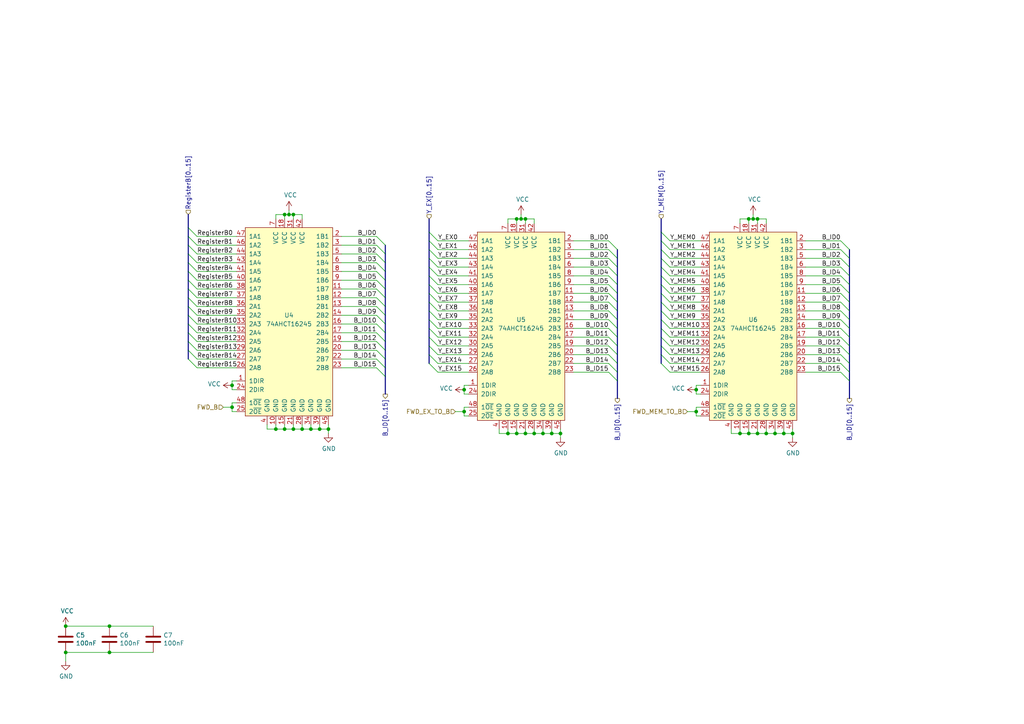
<source format=kicad_sch>
(kicad_sch (version 20250114) (generator "eeschema") (generator_version "9.0")
  (paper "A4")
  (title_block (date "2022-04-13") (rev "A"))
  (lib_symbols
    (symbol "74xx (kicad5):74AHCT16245" (pin_names (offset 1.016))
      (property "Reference" "U" (at 0 1.27 0))
      (property "Value" "74AHCT16245" (at 0 -1.27 0))
      (symbol "74AHCT16245_0_1"
        (rectangle (start -12.7 26.67) (end 12.7 -27.94) (fill (type background)))
      )
      (symbol "74AHCT16245_1_1"
        (pin tri_state line (at -15.24 24.13 0) (length 2.54) (name "1A1") (number "47"))
        (pin tri_state line (at -15.24 21.59 0) (length 2.54) (name "1A2") (number "46"))
        (pin tri_state line (at -15.24 19.05 0) (length 2.54) (name "1A3") (number "44"))
        (pin tri_state line (at -15.24 16.51 0) (length 2.54) (name "1A4") (number "43"))
        (pin tri_state line (at -15.24 13.97 0) (length 2.54) (name "1A5") (number "41"))
        (pin tri_state line (at -15.24 11.43 0) (length 2.54) (name "1A6") (number "40"))
        (pin tri_state line (at -15.24 8.89 0) (length 2.54) (name "1A7") (number "38"))
        (pin tri_state line (at -15.24 6.35 0) (length 2.54) (name "1A8") (number "37"))
        (pin tri_state line (at -15.24 3.81 0) (length 2.54) (name "2A1") (number "36"))
        (pin tri_state line (at -15.24 1.27 0) (length 2.54) (name "2A2") (number "35"))
        (pin tri_state line (at -15.24 -1.27 0) (length 2.54) (name "2A3") (number "33"))
        (pin tri_state line (at -15.24 -3.81 0) (length 2.54) (name "2A4") (number "32"))
        (pin tri_state line (at -15.24 -6.35 0) (length 2.54) (name "2A5") (number "30"))
        (pin tri_state line (at -15.24 -8.89 0) (length 2.54) (name "2A6") (number "29"))
        (pin tri_state line (at -15.24 -11.43 0) (length 2.54) (name "2A7") (number "27"))
        (pin tri_state line (at -15.24 -13.97 0) (length 2.54) (name "2A8") (number "26"))
        (pin input line (at -15.24 -17.78 0) (length 2.54) (name "1DIR") (number "1"))
        (pin input line (at -15.24 -20.32 0) (length 2.54) (name "2DIR") (number "24"))
        (pin input line (at -15.24 -24.13 0) (length 2.54) (name "1~{OE}") (number "48"))
        (pin input line (at -15.24 -26.67 0) (length 2.54) (name "2~{OE}") (number "25"))
        (pin power_in line (at -6.35 -30.48 90) (length 2.54) (name "GND") (number "4"))
        (pin power_in line (at -3.81 29.21 270) (length 2.54) (name "VCC") (number "7"))
        (pin power_in line (at -3.81 -30.48 90) (length 2.54) (name "GND") (number "10"))
        (pin power_in line (at -1.27 29.21 270) (length 2.54) (name "VCC") (number "18"))
        (pin power_in line (at -1.27 -30.48 90) (length 2.54) (name "GND") (number "15"))
        (pin power_in line (at 1.27 29.21 270) (length 2.54) (name "VCC") (number "31"))
        (pin power_in line (at 1.27 -30.48 90) (length 2.54) (name "GND") (number "21"))
        (pin power_in line (at 3.81 29.21 270) (length 2.54) (name "VCC") (number "42"))
        (pin power_in line (at 3.81 -30.48 90) (length 2.54) (name "GND") (number "28"))
        (pin power_in line (at 6.35 -30.48 90) (length 2.54) (name "GND") (number "34"))
        (pin power_in line (at 8.89 -30.48 90) (length 2.54) (name "GND") (number "39"))
        (pin power_in line (at 11.43 -30.48 90) (length 2.54) (name "GND") (number "45"))
        (pin tri_state line (at 15.24 24.13 180) (length 2.54) (name "1B1") (number "2"))
        (pin tri_state line (at 15.24 21.59 180) (length 2.54) (name "1B2") (number "3"))
        (pin tri_state line (at 15.24 19.05 180) (length 2.54) (name "1B3") (number "5"))
        (pin tri_state line (at 15.24 16.51 180) (length 2.54) (name "1B4") (number "6"))
        (pin tri_state line (at 15.24 13.97 180) (length 2.54) (name "1B5") (number "8"))
        (pin tri_state line (at 15.24 11.43 180) (length 2.54) (name "1B6") (number "9"))
        (pin tri_state line (at 15.24 8.89 180) (length 2.54) (name "1B7") (number "11"))
        (pin tri_state line (at 15.24 6.35 180) (length 2.54) (name "1B8") (number "12"))
        (pin tri_state line (at 15.24 3.81 180) (length 2.54) (name "2B1") (number "13"))
        (pin tri_state line (at 15.24 1.27 180) (length 2.54) (name "2B2") (number "14"))
        (pin tri_state line (at 15.24 -1.27 180) (length 2.54) (name "2B3") (number "16"))
        (pin tri_state line (at 15.24 -3.81 180) (length 2.54) (name "2B4") (number "17"))
        (pin tri_state line (at 15.24 -6.35 180) (length 2.54) (name "2B5") (number "19"))
        (pin tri_state line (at 15.24 -8.89 180) (length 2.54) (name "2B6") (number "20"))
        (pin tri_state line (at 15.24 -11.43 180) (length 2.54) (name "2B7") (number "22"))
        (pin tri_state line (at 15.24 -13.97 180) (length 2.54) (name "2B8") (number "23"))
      )
    )
    (symbol "Device:C" (pin_numbers (hide yes)) (pin_names (offset 0.254))
      (property "Reference" "C" (at 0.635 2.54 0))
      (property "Value" "C" (at 0.635 -2.54 0))
      (symbol "C_0_1"
        (polyline (pts (xy -2.032 0.762) (xy 2.032 0.762)) (stroke (width 0.508)))
        (polyline (pts (xy -2.032 -0.762) (xy 2.032 -0.762)) (stroke (width 0.508)))
      )
      (symbol "C_1_1"
        (pin passive line (at 0 3.81 270) (length 2.794) (name "~") (number "1"))
        (pin passive line (at 0 -3.81 90) (length 2.794) (name "~") (number "2"))
      )
    )
    (symbol "power:GND" (power) (pin_names (offset 0))
      (property "Value" "GND" (at 0 -3.81 0))
      (symbol "GND_0_1"
        (polyline (pts (xy 0 0) (xy 0 -1.27) (xy 1.27 -1.27) (xy 0 -2.54) (xy -1.27 -1.27) (xy 0 -1.27)))
      )
      (symbol "GND_1_1"
        (pin power_in line (at 0 0 270) (length 0) (hide yes) (name "GND") (number "1"))
      )
    )
    (symbol "power:VCC" (power) (pin_names (offset 0))
      (property "Value" "VCC" (at 0 3.81 0))
      (symbol "VCC_0_1"
        (polyline (pts (xy -0.762 1.27) (xy 0 2.54)))
        (polyline (pts (xy 0 2.54) (xy 0.762 1.27)))
        (polyline (pts (xy 0 0) (xy 0 2.54)))
      )
      (symbol "VCC_1_1"
        (pin power_in line (at 0 0 90) (length 0) (hide yes) (name "VCC") (number "1"))
      )
    )
  )
  (junction (at 67.31 118.11))
  (junction (at 222.25 125.73))
  (junction (at 31.75 189.23))
  (junction (at 229.87 125.73))
  (junction (at 147.32 125.73))
  (junction (at 85.09 124.46))
  (junction (at 157.48 125.73))
  (junction (at 80.01 124.46))
  (junction (at 95.25 124.46))
  (junction (at 152.4 125.73))
  (junction (at 154.94 125.73))
  (junction (at 217.17 63.5))
  (junction (at 149.86 63.5))
  (junction (at 214.63 125.73))
  (junction (at 151.13 63.5))
  (junction (at 219.71 125.73))
  (junction (at 224.79 125.73))
  (junction (at 90.17 124.46))
  (junction (at 201.93 113.03))
  (junction (at 92.71 124.46))
  (junction (at 149.86 125.73))
  (junction (at 217.17 125.73))
  (junction (at 67.31 111.76))
  (junction (at 162.56 125.73))
  (junction (at 82.55 124.46))
  (junction (at 82.55 62.23))
  (junction (at 201.93 119.38))
  (junction (at 134.62 113.03))
  (junction (at 218.44 63.5))
  (junction (at 134.62 119.38))
  (junction (at 219.71 63.5))
  (junction (at 85.09 62.23))
  (junction (at 87.63 124.46))
  (junction (at 31.75 181.61))
  (junction (at 19.05 181.61))
  (junction (at 227.33 125.73))
  (junction (at 152.4 63.5))
  (junction (at 83.82 62.23))
  (junction (at 19.05 189.23))
  (junction (at 160.02 125.73))
  (bus_entry (at 176.53 69.85) (size 2.54 2.54))
  (bus_entry (at 54.61 93.98) (size 2.54 2.54))
  (bus_entry (at 127 82.55) (size -2.54 -2.54))
  (bus_entry (at 54.61 68.58) (size 2.54 2.54))
  (bus_entry (at 109.22 106.68) (size 2.54 2.54))
  (bus_entry (at 54.61 99.06) (size 2.54 2.54))
  (bus_entry (at 243.84 74.93) (size 2.54 2.54))
  (bus_entry (at 194.31 77.47) (size -2.54 -2.54))
  (bus_entry (at 127 102.87) (size -2.54 -2.54))
  (bus_entry (at 176.53 90.17) (size 2.54 2.54))
  (bus_entry (at 243.84 87.63) (size 2.54 2.54))
  (bus_entry (at 243.84 69.85) (size 2.54 2.54))
  (bus_entry (at 194.31 74.93) (size -2.54 -2.54))
  (bus_entry (at 176.53 105.41) (size 2.54 2.54))
  (bus_entry (at 54.61 96.52) (size 2.54 2.54))
  (bus_entry (at 243.84 77.47) (size 2.54 2.54))
  (bus_entry (at 109.22 83.82) (size 2.54 2.54))
  (bus_entry (at 194.31 90.17) (size -2.54 -2.54))
  (bus_entry (at 127 85.09) (size -2.54 -2.54))
  (bus_entry (at 243.84 82.55) (size 2.54 2.54))
  (bus_entry (at 109.22 86.36) (size 2.54 2.54))
  (bus_entry (at 127 80.01) (size -2.54 -2.54))
  (bus_entry (at 194.31 85.09) (size -2.54 -2.54))
  (bus_entry (at 176.53 87.63) (size 2.54 2.54))
  (bus_entry (at 127 95.25) (size -2.54 -2.54))
  (bus_entry (at 109.22 71.12) (size 2.54 2.54))
  (bus_entry (at 54.61 71.12) (size 2.54 2.54))
  (bus_entry (at 243.84 95.25) (size 2.54 2.54))
  (bus_entry (at 194.31 87.63) (size -2.54 -2.54))
  (bus_entry (at 127 97.79) (size -2.54 -2.54))
  (bus_entry (at 194.31 95.25) (size -2.54 -2.54))
  (bus_entry (at 194.31 82.55) (size -2.54 -2.54))
  (bus_entry (at 127 92.71) (size -2.54 -2.54))
  (bus_entry (at 176.53 97.79) (size 2.54 2.54))
  (bus_entry (at 109.22 68.58) (size 2.54 2.54))
  (bus_entry (at 176.53 85.09) (size 2.54 2.54))
  (bus_entry (at 243.84 102.87) (size 2.54 2.54))
  (bus_entry (at 127 72.39) (size -2.54 -2.54))
  (bus_entry (at 243.84 97.79) (size 2.54 2.54))
  (bus_entry (at 127 69.85) (size -2.54 -2.54))
  (bus_entry (at 109.22 76.2) (size 2.54 2.54))
  (bus_entry (at 54.61 104.14) (size 2.54 2.54))
  (bus_entry (at 194.31 80.01) (size -2.54 -2.54))
  (bus_entry (at 109.22 78.74) (size 2.54 2.54))
  (bus_entry (at 243.84 107.95) (size 2.54 2.54))
  (bus_entry (at 243.84 72.39) (size 2.54 2.54))
  (bus_entry (at 194.31 107.95) (size -2.54 -2.54))
  (bus_entry (at 176.53 77.47) (size 2.54 2.54))
  (bus_entry (at 243.84 85.09) (size 2.54 2.54))
  (bus_entry (at 176.53 92.71) (size 2.54 2.54))
  (bus_entry (at 194.31 69.85) (size -2.54 -2.54))
  (bus_entry (at 194.31 100.33) (size -2.54 -2.54))
  (bus_entry (at 194.31 102.87) (size -2.54 -2.54))
  (bus_entry (at 127 77.47) (size -2.54 -2.54))
  (bus_entry (at 194.31 105.41) (size -2.54 -2.54))
  (bus_entry (at 109.22 93.98) (size 2.54 2.54))
  (bus_entry (at 109.22 101.6) (size 2.54 2.54))
  (bus_entry (at 109.22 73.66) (size 2.54 2.54))
  (bus_entry (at 243.84 92.71) (size 2.54 2.54))
  (bus_entry (at 176.53 95.25) (size 2.54 2.54))
  (bus_entry (at 194.31 97.79) (size -2.54 -2.54))
  (bus_entry (at 127 90.17) (size -2.54 -2.54))
  (bus_entry (at 109.22 81.28) (size 2.54 2.54))
  (bus_entry (at 54.61 78.74) (size 2.54 2.54))
  (bus_entry (at 54.61 91.44) (size 2.54 2.54))
  (bus_entry (at 176.53 107.95) (size 2.54 2.54))
  (bus_entry (at 176.53 80.01) (size 2.54 2.54))
  (bus_entry (at 176.53 82.55) (size 2.54 2.54))
  (bus_entry (at 194.31 92.71) (size -2.54 -2.54))
  (bus_entry (at 127 74.93) (size -2.54 -2.54))
  (bus_entry (at 109.22 96.52) (size 2.54 2.54))
  (bus_entry (at 243.84 90.17) (size 2.54 2.54))
  (bus_entry (at 54.61 83.82) (size 2.54 2.54))
  (bus_entry (at 127 100.33) (size -2.54 -2.54))
  (bus_entry (at 54.61 86.36) (size 2.54 2.54))
  (bus_entry (at 109.22 91.44) (size 2.54 2.54))
  (bus_entry (at 243.84 80.01) (size 2.54 2.54))
  (bus_entry (at 54.61 73.66) (size 2.54 2.54))
  (bus_entry (at 243.84 100.33) (size 2.54 2.54))
  (bus_entry (at 127 87.63) (size -2.54 -2.54))
  (bus_entry (at 176.53 74.93) (size 2.54 2.54))
  (bus_entry (at 109.22 99.06) (size 2.54 2.54))
  (bus_entry (at 109.22 104.14) (size 2.54 2.54))
  (bus_entry (at 127 105.41) (size -2.54 -2.54))
  (bus_entry (at 54.61 88.9) (size 2.54 2.54))
  (bus_entry (at 54.61 101.6) (size 2.54 2.54))
  (bus_entry (at 194.31 72.39) (size -2.54 -2.54))
  (bus_entry (at 176.53 100.33) (size 2.54 2.54))
  (bus_entry (at 109.22 88.9) (size 2.54 2.54))
  (bus_entry (at 127 107.95) (size -2.54 -2.54))
  (bus_entry (at 54.61 66.04) (size 2.54 2.54))
  (bus_entry (at 176.53 72.39) (size 2.54 2.54))
  (bus_entry (at 243.84 105.41) (size 2.54 2.54))
  (bus_entry (at 54.61 76.2) (size 2.54 2.54))
  (bus_entry (at 176.53 102.87) (size 2.54 2.54))
  (bus_entry (at 54.61 81.28) (size 2.54 2.54))
  (wire (pts (xy 134.62 111.76) (xy 134.62 113.03)))
  (wire (pts (xy 57.15 88.9) (xy 68.58 88.9)))
  (bus (pts (xy 179.07 74.93) (xy 179.07 77.47)))
  (bus (pts (xy 54.61 86.36) (xy 54.61 88.9)))
  (wire (pts (xy 44.45 189.23) (xy 31.75 189.23)))
  (wire (pts (xy 31.75 189.23) (xy 19.05 189.23)))
  (wire (pts (xy 201.93 119.38) (xy 199.39 119.38)))
  (wire (pts (xy 127 87.63) (xy 135.89 87.63)))
  (bus (pts (xy 111.76 93.98) (xy 111.76 96.52)))
  (wire (pts (xy 127 77.47) (xy 135.89 77.47)))
  (wire (pts (xy 217.17 124.46) (xy 217.17 125.73)))
  (wire (pts (xy 176.53 72.39) (xy 166.37 72.39)))
  (wire (pts (xy 135.89 118.11) (xy 134.62 118.11)))
  (wire (pts (xy 151.13 63.5) (xy 152.4 63.5)))
  (wire (pts (xy 149.86 124.46) (xy 149.86 125.73)))
  (wire (pts (xy 194.31 92.71) (xy 203.2 92.71)))
  (wire (pts (xy 162.56 127) (xy 162.56 125.73)))
  (wire (pts (xy 243.84 74.93) (xy 233.68 74.93)))
  (bus (pts (xy 124.46 87.63) (xy 124.46 90.17)))
  (bus (pts (xy 179.07 72.39) (xy 179.07 74.93)))
  (wire (pts (xy 229.87 127) (xy 229.87 125.73)))
  (bus (pts (xy 179.07 80.01) (xy 179.07 82.55)))
  (wire (pts (xy 214.63 124.46) (xy 214.63 125.73)))
  (bus (pts (xy 179.07 87.63) (xy 179.07 90.17)))
  (bus (pts (xy 124.46 92.71) (xy 124.46 95.25)))
  (bus (pts (xy 124.46 67.31) (xy 124.46 69.85)))
  (wire (pts (xy 109.22 101.6) (xy 99.06 101.6)))
  (wire (pts (xy 243.84 85.09) (xy 233.68 85.09)))
  (bus (pts (xy 179.07 97.79) (xy 179.07 100.33)))
  (wire (pts (xy 194.31 82.55) (xy 203.2 82.55)))
  (wire (pts (xy 68.58 110.49) (xy 67.31 110.49)))
  (bus (pts (xy 111.76 86.36) (xy 111.76 88.9)))
  (wire (pts (xy 95.25 124.46) (xy 95.25 123.19)))
  (wire (pts (xy 201.93 120.65) (xy 203.2 120.65)))
  (wire (pts (xy 243.84 72.39) (xy 233.68 72.39)))
  (wire (pts (xy 157.48 125.73) (xy 154.94 125.73)))
  (bus (pts (xy 246.38 105.41) (xy 246.38 107.95)))
  (wire (pts (xy 176.53 85.09) (xy 166.37 85.09)))
  (bus (pts (xy 179.07 100.33) (xy 179.07 102.87)))
  (bus (pts (xy 191.77 80.01) (xy 191.77 82.55)))
  (wire (pts (xy 90.17 124.46) (xy 87.63 124.46)))
  (wire (pts (xy 243.84 100.33) (xy 233.68 100.33)))
  (wire (pts (xy 80.01 124.46) (xy 82.55 124.46)))
  (wire (pts (xy 243.84 69.85) (xy 233.68 69.85)))
  (wire (pts (xy 218.44 62.23) (xy 218.44 63.5)))
  (wire (pts (xy 176.53 97.79) (xy 166.37 97.79)))
  (wire (pts (xy 82.55 63.5) (xy 82.55 62.23)))
  (bus (pts (xy 124.46 69.85) (xy 124.46 72.39)))
  (wire (pts (xy 109.22 73.66) (xy 99.06 73.66)))
  (wire (pts (xy 57.15 99.06) (xy 68.58 99.06)))
  (wire (pts (xy 154.94 63.5) (xy 154.94 64.77)))
  (wire (pts (xy 243.84 77.47) (xy 233.68 77.47)))
  (wire (pts (xy 57.15 68.58) (xy 68.58 68.58)))
  (wire (pts (xy 152.4 125.73) (xy 152.4 124.46)))
  (wire (pts (xy 82.55 124.46) (xy 85.09 124.46)))
  (wire (pts (xy 85.09 124.46) (xy 85.09 123.19)))
  (wire (pts (xy 160.02 125.73) (xy 162.56 125.73)))
  (wire (pts (xy 218.44 63.5) (xy 219.71 63.5)))
  (bus (pts (xy 191.77 69.85) (xy 191.77 72.39)))
  (wire (pts (xy 77.47 123.19) (xy 77.47 124.46)))
  (wire (pts (xy 176.53 87.63) (xy 166.37 87.63)))
  (wire (pts (xy 85.09 62.23) (xy 87.63 62.23)))
  (wire (pts (xy 127 90.17) (xy 135.89 90.17)))
  (wire (pts (xy 19.05 191.77) (xy 19.05 189.23)))
  (wire (pts (xy 154.94 125.73) (xy 154.94 124.46)))
  (wire (pts (xy 57.15 93.98) (xy 68.58 93.98)))
  (wire (pts (xy 217.17 125.73) (xy 219.71 125.73)))
  (bus (pts (xy 111.76 88.9) (xy 111.76 91.44)))
  (wire (pts (xy 83.82 62.23) (xy 85.09 62.23)))
  (wire (pts (xy 57.15 71.12) (xy 68.58 71.12)))
  (wire (pts (xy 127 72.39) (xy 135.89 72.39)))
  (wire (pts (xy 109.22 83.82) (xy 99.06 83.82)))
  (wire (pts (xy 194.31 74.93) (xy 203.2 74.93)))
  (bus (pts (xy 246.38 97.79) (xy 246.38 100.33)))
  (bus (pts (xy 111.76 83.82) (xy 111.76 86.36)))
  (wire (pts (xy 222.25 125.73) (xy 222.25 124.46)))
  (wire (pts (xy 201.93 119.38) (xy 201.93 120.65)))
  (wire (pts (xy 67.31 113.03) (xy 68.58 113.03)))
  (wire (pts (xy 67.31 118.11) (xy 67.31 119.38)))
  (wire (pts (xy 201.93 113.03) (xy 201.93 114.3)))
  (wire (pts (xy 134.62 120.65) (xy 135.89 120.65)))
  (wire (pts (xy 243.84 97.79) (xy 233.68 97.79)))
  (wire (pts (xy 201.93 111.76) (xy 201.93 113.03)))
  (bus (pts (xy 111.76 96.52) (xy 111.76 99.06)))
  (wire (pts (xy 83.82 60.96) (xy 83.82 62.23)))
  (wire (pts (xy 194.31 90.17) (xy 203.2 90.17)))
  (wire (pts (xy 134.62 114.3) (xy 135.89 114.3)))
  (wire (pts (xy 57.15 96.52) (xy 68.58 96.52)))
  (bus (pts (xy 246.38 110.49) (xy 246.38 115.57)))
  (wire (pts (xy 154.94 125.73) (xy 152.4 125.73)))
  (bus (pts (xy 54.61 88.9) (xy 54.61 91.44)))
  (wire (pts (xy 194.31 107.95) (xy 203.2 107.95)))
  (bus (pts (xy 246.38 92.71) (xy 246.38 95.25)))
  (wire (pts (xy 194.31 87.63) (xy 203.2 87.63)))
  (wire (pts (xy 127 74.93) (xy 135.89 74.93)))
  (wire (pts (xy 243.84 105.41) (xy 233.68 105.41)))
  (bus (pts (xy 124.46 63.5) (xy 124.46 67.31)))
  (wire (pts (xy 127 82.55) (xy 135.89 82.55)))
  (bus (pts (xy 124.46 80.01) (xy 124.46 82.55)))
  (wire (pts (xy 57.15 106.68) (xy 68.58 106.68)))
  (bus (pts (xy 54.61 81.28) (xy 54.61 83.82)))
  (wire (pts (xy 194.31 69.85) (xy 203.2 69.85)))
  (wire (pts (xy 127 80.01) (xy 135.89 80.01)))
  (wire (pts (xy 134.62 113.03) (xy 134.62 114.3)))
  (bus (pts (xy 111.76 109.22) (xy 111.76 114.3)))
  (bus (pts (xy 246.38 72.39) (xy 246.38 74.93)))
  (wire (pts (xy 67.31 111.76) (xy 67.31 113.03)))
  (wire (pts (xy 176.53 80.01) (xy 166.37 80.01)))
  (bus (pts (xy 246.38 95.25) (xy 246.38 97.79)))
  (bus (pts (xy 246.38 85.09) (xy 246.38 87.63)))
  (bus (pts (xy 179.07 95.25) (xy 179.07 97.79)))
  (wire (pts (xy 149.86 125.73) (xy 152.4 125.73)))
  (bus (pts (xy 54.61 62.23) (xy 54.61 66.04)))
  (wire (pts (xy 57.15 91.44) (xy 68.58 91.44)))
  (wire (pts (xy 57.15 101.6) (xy 68.58 101.6)))
  (bus (pts (xy 111.76 73.66) (xy 111.76 76.2)))
  (wire (pts (xy 194.31 100.33) (xy 203.2 100.33)))
  (wire (pts (xy 109.22 99.06) (xy 99.06 99.06)))
  (wire (pts (xy 109.22 81.28) (xy 99.06 81.28)))
  (bus (pts (xy 124.46 77.47) (xy 124.46 80.01)))
  (wire (pts (xy 147.32 63.5) (xy 149.86 63.5)))
  (wire (pts (xy 243.84 90.17) (xy 233.68 90.17)))
  (bus (pts (xy 111.76 91.44) (xy 111.76 93.98)))
  (wire (pts (xy 57.15 86.36) (xy 68.58 86.36)))
  (wire (pts (xy 176.53 90.17) (xy 166.37 90.17)))
  (bus (pts (xy 246.38 77.47) (xy 246.38 80.01)))
  (bus (pts (xy 191.77 67.31) (xy 191.77 69.85)))
  (bus (pts (xy 179.07 105.41) (xy 179.07 107.95)))
  (wire (pts (xy 109.22 76.2) (xy 99.06 76.2)))
  (bus (pts (xy 191.77 72.39) (xy 191.77 74.93)))
  (bus (pts (xy 54.61 96.52) (xy 54.61 99.06)))
  (bus (pts (xy 191.77 77.47) (xy 191.77 80.01)))
  (wire (pts (xy 109.22 86.36) (xy 99.06 86.36)))
  (wire (pts (xy 162.56 125.73) (xy 162.56 124.46)))
  (wire (pts (xy 176.53 82.55) (xy 166.37 82.55)))
  (wire (pts (xy 203.2 118.11) (xy 201.93 118.11)))
  (wire (pts (xy 243.84 82.55) (xy 233.68 82.55)))
  (bus (pts (xy 54.61 83.82) (xy 54.61 86.36)))
  (wire (pts (xy 201.93 114.3) (xy 203.2 114.3)))
  (wire (pts (xy 127 97.79) (xy 135.89 97.79)))
  (bus (pts (xy 246.38 90.17) (xy 246.38 92.71)))
  (wire (pts (xy 222.25 63.5) (xy 222.25 64.77)))
  (wire (pts (xy 147.32 125.73) (xy 149.86 125.73)))
  (wire (pts (xy 127 100.33) (xy 135.89 100.33)))
  (wire (pts (xy 109.22 93.98) (xy 99.06 93.98)))
  (wire (pts (xy 224.79 125.73) (xy 224.79 124.46)))
  (wire (pts (xy 157.48 125.73) (xy 160.02 125.73)))
  (bus (pts (xy 124.46 82.55) (xy 124.46 85.09)))
  (wire (pts (xy 147.32 64.77) (xy 147.32 63.5)))
  (wire (pts (xy 176.53 100.33) (xy 166.37 100.33)))
  (wire (pts (xy 135.89 111.76) (xy 134.62 111.76)))
  (wire (pts (xy 82.55 62.23) (xy 83.82 62.23)))
  (wire (pts (xy 77.47 124.46) (xy 80.01 124.46)))
  (wire (pts (xy 67.31 116.84) (xy 67.31 118.11)))
  (wire (pts (xy 176.53 92.71) (xy 166.37 92.71)))
  (wire (pts (xy 147.32 124.46) (xy 147.32 125.73)))
  (wire (pts (xy 127 92.71) (xy 135.89 92.71)))
  (wire (pts (xy 194.31 72.39) (xy 203.2 72.39)))
  (bus (pts (xy 124.46 102.87) (xy 124.46 105.41)))
  (wire (pts (xy 144.78 124.46) (xy 144.78 125.73)))
  (bus (pts (xy 246.38 80.01) (xy 246.38 82.55)))
  (wire (pts (xy 87.63 124.46) (xy 87.63 123.19)))
  (wire (pts (xy 92.71 124.46) (xy 92.71 123.19)))
  (wire (pts (xy 67.31 118.11) (xy 64.77 118.11)))
  (bus (pts (xy 111.76 106.68) (xy 111.76 109.22)))
  (wire (pts (xy 194.31 85.09) (xy 203.2 85.09)))
  (bus (pts (xy 111.76 71.12) (xy 111.76 73.66)))
  (bus (pts (xy 124.46 90.17) (xy 124.46 92.71)))
  (wire (pts (xy 57.15 104.14) (xy 68.58 104.14)))
  (wire (pts (xy 194.31 105.41) (xy 203.2 105.41)))
  (bus (pts (xy 246.38 74.93) (xy 246.38 77.47)))
  (bus (pts (xy 246.38 82.55) (xy 246.38 85.09)))
  (bus (pts (xy 124.46 74.93) (xy 124.46 77.47)))
  (bus (pts (xy 179.07 82.55) (xy 179.07 85.09)))
  (bus (pts (xy 111.76 99.06) (xy 111.76 101.6)))
  (wire (pts (xy 212.09 125.73) (xy 214.63 125.73)))
  (wire (pts (xy 176.53 69.85) (xy 166.37 69.85)))
  (wire (pts (xy 95.25 125.73) (xy 95.25 124.46)))
  (wire (pts (xy 227.33 125.73) (xy 227.33 124.46)))
  (wire (pts (xy 127 107.95) (xy 135.89 107.95)))
  (wire (pts (xy 144.78 125.73) (xy 147.32 125.73)))
  (bus (pts (xy 54.61 99.06) (xy 54.61 101.6)))
  (wire (pts (xy 57.15 78.74) (xy 68.58 78.74)))
  (wire (pts (xy 214.63 125.73) (xy 217.17 125.73)))
  (bus (pts (xy 111.76 76.2) (xy 111.76 78.74)))
  (wire (pts (xy 134.62 119.38) (xy 132.08 119.38)))
  (wire (pts (xy 134.62 118.11) (xy 134.62 119.38)))
  (bus (pts (xy 111.76 81.28) (xy 111.76 83.82)))
  (bus (pts (xy 191.77 102.87) (xy 191.77 105.41)))
  (bus (pts (xy 191.77 85.09) (xy 191.77 87.63)))
  (wire (pts (xy 176.53 95.25) (xy 166.37 95.25)))
  (wire (pts (xy 109.22 68.58) (xy 99.06 68.58)))
  (wire (pts (xy 152.4 64.77) (xy 152.4 63.5)))
  (bus (pts (xy 191.77 92.71) (xy 191.77 95.25)))
  (wire (pts (xy 194.31 102.87) (xy 203.2 102.87)))
  (bus (pts (xy 54.61 71.12) (xy 54.61 73.66)))
  (bus (pts (xy 54.61 66.04) (xy 54.61 68.58)))
  (wire (pts (xy 243.84 87.63) (xy 233.68 87.63)))
  (wire (pts (xy 176.53 107.95) (xy 166.37 107.95)))
  (wire (pts (xy 134.62 119.38) (xy 134.62 120.65)))
  (bus (pts (xy 54.61 91.44) (xy 54.61 93.98)))
  (bus (pts (xy 111.76 104.14) (xy 111.76 106.68)))
  (bus (pts (xy 191.77 100.33) (xy 191.77 102.87)))
  (bus (pts (xy 191.77 95.25) (xy 191.77 97.79)))
  (bus (pts (xy 54.61 93.98) (xy 54.61 96.52)))
  (bus (pts (xy 191.77 63.5) (xy 191.77 67.31)))
  (bus (pts (xy 179.07 102.87) (xy 179.07 105.41)))
  (bus (pts (xy 124.46 95.25) (xy 124.46 97.79)))
  (wire (pts (xy 67.31 110.49) (xy 67.31 111.76)))
  (wire (pts (xy 152.4 63.5) (xy 154.94 63.5)))
  (bus (pts (xy 179.07 92.71) (xy 179.07 95.25)))
  (wire (pts (xy 243.84 107.95) (xy 233.68 107.95)))
  (wire (pts (xy 243.84 95.25) (xy 233.68 95.25)))
  (bus (pts (xy 124.46 85.09) (xy 124.46 87.63)))
  (wire (pts (xy 194.31 77.47) (xy 203.2 77.47)))
  (bus (pts (xy 54.61 101.6) (xy 54.61 104.14)))
  (bus (pts (xy 246.38 107.95) (xy 246.38 110.49)))
  (bus (pts (xy 111.76 101.6) (xy 111.76 104.14)))
  (wire (pts (xy 67.31 119.38) (xy 68.58 119.38)))
  (wire (pts (xy 127 102.87) (xy 135.89 102.87)))
  (bus (pts (xy 246.38 100.33) (xy 246.38 102.87)))
  (wire (pts (xy 214.63 64.77) (xy 214.63 63.5)))
  (wire (pts (xy 87.63 124.46) (xy 85.09 124.46)))
  (wire (pts (xy 219.71 63.5) (xy 222.25 63.5)))
  (wire (pts (xy 227.33 125.73) (xy 229.87 125.73)))
  (wire (pts (xy 176.53 102.87) (xy 166.37 102.87)))
  (wire (pts (xy 57.15 76.2) (xy 68.58 76.2)))
  (wire (pts (xy 19.05 181.61) (xy 31.75 181.61)))
  (wire (pts (xy 151.13 62.23) (xy 151.13 63.5)))
  (wire (pts (xy 109.22 88.9) (xy 99.06 88.9)))
  (wire (pts (xy 194.31 97.79) (xy 203.2 97.79)))
  (wire (pts (xy 176.53 77.47) (xy 166.37 77.47)))
  (wire (pts (xy 194.31 80.01) (xy 203.2 80.01)))
  (wire (pts (xy 57.15 81.28) (xy 68.58 81.28)))
  (bus (pts (xy 124.46 72.39) (xy 124.46 74.93)))
  (wire (pts (xy 149.86 63.5) (xy 151.13 63.5)))
  (wire (pts (xy 92.71 124.46) (xy 95.25 124.46)))
  (wire (pts (xy 224.79 125.73) (xy 227.33 125.73)))
  (bus (pts (xy 191.77 74.93) (xy 191.77 77.47)))
  (bus (pts (xy 191.77 90.17) (xy 191.77 92.71)))
  (wire (pts (xy 80.01 62.23) (xy 82.55 62.23)))
  (wire (pts (xy 109.22 91.44) (xy 99.06 91.44)))
  (wire (pts (xy 82.55 123.19) (xy 82.55 124.46)))
  (wire (pts (xy 149.86 64.77) (xy 149.86 63.5)))
  (wire (pts (xy 219.71 125.73) (xy 219.71 124.46)))
  (wire (pts (xy 85.09 63.5) (xy 85.09 62.23)))
  (wire (pts (xy 127 69.85) (xy 135.89 69.85)))
  (wire (pts (xy 217.17 64.77) (xy 217.17 63.5)))
  (wire (pts (xy 109.22 71.12) (xy 99.06 71.12)))
  (wire (pts (xy 224.79 125.73) (xy 222.25 125.73)))
  (wire (pts (xy 243.84 92.71) (xy 233.68 92.71)))
  (bus (pts (xy 246.38 87.63) (xy 246.38 90.17)))
  (wire (pts (xy 222.25 125.73) (xy 219.71 125.73)))
  (wire (pts (xy 127 85.09) (xy 135.89 85.09)))
  (bus (pts (xy 124.46 100.33) (xy 124.46 102.87)))
  (bus (pts (xy 246.38 102.87) (xy 246.38 105.41)))
  (wire (pts (xy 176.53 74.93) (xy 166.37 74.93)))
  (wire (pts (xy 160.02 125.73) (xy 160.02 124.46)))
  (wire (pts (xy 203.2 111.76) (xy 201.93 111.76)))
  (bus (pts (xy 124.46 97.79) (xy 124.46 100.33)))
  (bus (pts (xy 179.07 90.17) (xy 179.07 92.71)))
  (wire (pts (xy 219.71 64.77) (xy 219.71 63.5)))
  (wire (pts (xy 201.93 118.11) (xy 201.93 119.38)))
  (wire (pts (xy 109.22 104.14) (xy 99.06 104.14)))
  (wire (pts (xy 127 105.41) (xy 135.89 105.41)))
  (wire (pts (xy 68.58 116.84) (xy 67.31 116.84)))
  (bus (pts (xy 111.76 78.74) (xy 111.76 81.28)))
  (wire (pts (xy 31.75 181.61) (xy 44.45 181.61)))
  (bus (pts (xy 54.61 78.74) (xy 54.61 81.28)))
  (wire (pts (xy 90.17 124.46) (xy 90.17 123.19)))
  (bus (pts (xy 54.61 76.2) (xy 54.61 78.74)))
  (bus (pts (xy 54.61 68.58) (xy 54.61 71.12)))
  (wire (pts (xy 109.22 78.74) (xy 99.06 78.74)))
  (wire (pts (xy 80.01 123.19) (xy 80.01 124.46)))
  (bus (pts (xy 179.07 110.49) (xy 179.07 115.57)))
  (wire (pts (xy 157.48 125.73) (xy 157.48 124.46)))
  (bus (pts (xy 191.77 87.63) (xy 191.77 90.17)))
  (bus (pts (xy 179.07 77.47) (xy 179.07 80.01)))
  (wire (pts (xy 90.17 124.46) (xy 92.71 124.46)))
  (wire (pts (xy 80.01 63.5) (xy 80.01 62.23)))
  (bus (pts (xy 54.61 73.66) (xy 54.61 76.2)))
  (wire (pts (xy 57.15 83.82) (xy 68.58 83.82)))
  (wire (pts (xy 57.15 73.66) (xy 68.58 73.66)))
  (bus (pts (xy 191.77 82.55) (xy 191.77 85.09)))
  (wire (pts (xy 109.22 96.52) (xy 99.06 96.52)))
  (bus (pts (xy 191.77 97.79) (xy 191.77 100.33)))
  (wire (pts (xy 243.84 102.87) (xy 233.68 102.87)))
  (wire (pts (xy 212.09 124.46) (xy 212.09 125.73)))
  (wire (pts (xy 217.17 63.5) (xy 218.44 63.5)))
  (wire (pts (xy 194.31 95.25) (xy 203.2 95.25)))
  (wire (pts (xy 109.22 106.68) (xy 99.06 106.68)))
  (wire (pts (xy 127 95.25) (xy 135.89 95.25)))
  (bus (pts (xy 179.07 107.95) (xy 179.07 110.49)))
  (wire (pts (xy 176.53 105.41) (xy 166.37 105.41)))
  (bus (pts (xy 179.07 85.09) (xy 179.07 87.63)))
  (wire (pts (xy 87.63 62.23) (xy 87.63 63.5)))
  (wire (pts (xy 214.63 63.5) (xy 217.17 63.5)))
  (wire (pts (xy 243.84 80.01) (xy 233.68 80.01)))
  (wire (pts (xy 229.87 125.73) (xy 229.87 124.46)))
  (label "Y_MEM11" (at 194.31 97.79 0))
  (label "B_ID15" (at 243.84 107.95 180))
  (label "Y_EX1" (at 127 72.39 0))
  (label "Y_MEM15" (at 194.31 107.95 0))
  (label "B_ID2" (at 176.53 74.93 180))
  (label "Y_EX12" (at 127 100.33 0))
  (label "Y_MEM3" (at 194.31 77.47 0))
  (label "Y_MEM0" (at 194.31 69.85 0))
  (label "B_ID5" (at 243.84 82.55 180))
  (label "Y_MEM2" (at 194.31 74.93 0))
  (label "RegisterB11" (at 57.15 96.52 0))
  (label "Y_EX9" (at 127 92.71 0))
  (label "Y_MEM8" (at 194.31 90.17 0))
  (label "B_ID9" (at 109.22 91.44 180))
  (label "RegisterB1" (at 57.15 71.12 0))
  (label "RegisterB13" (at 57.15 101.6 0))
  (label "B_ID4" (at 176.53 80.01 180))
  (label "B_ID6" (at 176.53 85.09 180))
  (label "Y_MEM4" (at 194.31 80.01 0))
  (label "B_ID14" (at 176.53 105.41 180))
  (label "Y_EX15" (at 127 107.95 0))
  (label "RegisterB2" (at 57.15 73.66 0))
  (label "B_ID9" (at 243.84 92.71 180))
  (label "RegisterB15" (at 57.15 106.68 0))
  (label "B_ID14" (at 109.22 104.14 180))
  (label "RegisterB7" (at 57.15 86.36 0))
  (label "B_ID11" (at 109.22 96.52 180))
  (label "B_ID9" (at 176.53 92.71 180))
  (label "B_ID12" (at 109.22 99.06 180))
  (label "B_ID3" (at 109.22 76.2 180))
  (label "B_ID10" (at 176.53 95.25 180))
  (label "RegisterB10" (at 57.15 93.98 0))
  (label "Y_EX10" (at 127 95.25 0))
  (label "B_ID12" (at 176.53 100.33 180))
  (label "Y_EX14" (at 127 105.41 0))
  (label "B_ID8" (at 109.22 88.9 180))
  (label "Y_EX0" (at 127 69.85 0))
  (label "Y_MEM6" (at 194.31 85.09 0))
  (label "B_ID13" (at 243.84 102.87 180))
  (label "Y_MEM7" (at 194.31 87.63 0))
  (label "B_ID7" (at 176.53 87.63 180))
  (label "Y_EX8" (at 127 90.17 0))
  (label "Y_EX13" (at 127 102.87 0))
  (label "B_ID4" (at 243.84 80.01 180))
  (label "B_ID15" (at 109.22 106.68 180))
  (label "B_ID1" (at 109.22 71.12 180))
  (label "Y_MEM1" (at 194.31 72.39 0))
  (label "B_ID13" (at 109.22 101.6 180))
  (label "RegisterB5" (at 57.15 81.28 0))
  (label "B_ID5" (at 176.53 82.55 180))
  (label "B_ID6" (at 243.84 85.09 180))
  (label "RegisterB14" (at 57.15 104.14 0))
  (label "B_ID10" (at 243.84 95.25 180))
  (label "RegisterB3" (at 57.15 76.2 0))
  (label "B_ID8" (at 176.53 90.17 180))
  (label "Y_MEM10" (at 194.31 95.25 0))
  (label "B_ID15" (at 176.53 107.95 180))
  (label "Y_MEM5" (at 194.31 82.55 0))
  (label "Y_MEM12" (at 194.31 100.33 0))
  (label "B_ID4" (at 109.22 78.74 180))
  (label "B_ID10" (at 109.22 93.98 180))
  (label "Y_EX2" (at 127 74.93 0))
  (label "Y_EX7" (at 127 87.63 0))
  (label "B_ID11" (at 176.53 97.79 180))
  (label "B_ID14" (at 243.84 105.41 180))
  (label "B_ID0" (at 176.53 69.85 180))
  (label "B_ID12" (at 243.84 100.33 180))
  (label "RegisterB0" (at 57.15 68.58 0))
  (label "RegisterB4" (at 57.15 78.74 0))
  (label "RegisterB9" (at 57.15 91.44 0))
  (label "B_ID8" (at 243.84 90.17 180))
  (label "Y_EX4" (at 127 80.01 0))
  (label "Y_EX3" (at 127 77.47 0))
  (label "B_ID1" (at 176.53 72.39 180))
  (label "B_ID0" (at 243.84 69.85 180))
  (label "RegisterB12" (at 57.15 99.06 0))
  (label "B_ID2" (at 109.22 73.66 180))
  (label "Y_MEM13" (at 194.31 102.87 0))
  (label "Y_EX6" (at 127 85.09 0))
  (label "B_ID2" (at 243.84 74.93 180))
  (label "B_ID7" (at 243.84 87.63 180))
  (label "B_ID6" (at 109.22 83.82 180))
  (label "B_ID1" (at 243.84 72.39 180))
  (label "B_ID3" (at 243.84 77.47 180))
  (label "B_ID7" (at 109.22 86.36 180))
  (label "Y_EX5" (at 127 82.55 0))
  (label "B_ID5" (at 109.22 81.28 180))
  (label "Y_EX11" (at 127 97.79 0))
  (label "Y_MEM14" (at 194.31 105.41 0))
  (label "B_ID11" (at 243.84 97.79 180))
  (label "RegisterB6" (at 57.15 83.82 0))
  (label "RegisterB8" (at 57.15 88.9 0))
  (label "B_ID13" (at 176.53 102.87 180))
  (label "B_ID0" (at 109.22 68.58 180))
  (label "Y_MEM9" (at 194.31 92.71 0))
  (label "B_ID3" (at 176.53 77.47 180))
  (hierarchical_label "FWD_B" (shape input) (at 64.77 118.11 180))
  (hierarchical_label "RegisterB[0..15]" (shape input) (at 54.61 62.23 90))
  (hierarchical_label "FWD_EX_TO_B" (shape input) (at 132.08 119.38 180))
  (hierarchical_label "Y_MEM[0..15]" (shape input) (at 191.77 63.5 90))
  (hierarchical_label "B_ID[0..15]" (shape output) (at 246.38 115.57 270))
  (hierarchical_label "B_ID[0..15]" (shape output) (at 111.76 114.3 270))
  (hierarchical_label "B_ID[0..15]" (shape output) (at 179.07 115.57 270))
  (hierarchical_label "Y_EX[0..15]" (shape input) (at 124.46 63.5 90))
  (hierarchical_label "FWD_MEM_TO_B" (shape input) (at 199.39 119.38 180))
  (symbol (lib_id "Device:C") (at 31.75 185.42 0) (unit 1)
    (property "Reference" "C6" (at 34.671 184.2516 0) (effects (justify left)))
    (property "Value" "100nF" (at 34.671 186.563 0) (effects (justify left)))
    (property "Footprint" "Capacitor_SMD:C_0603_1608Metric_Pad1.08x0.95mm_HandSolder" (effects (hide yes)))
    (property "Mouser" "https://www.mouser.com/ProductDetail/963-EMK107B7104KAHT" (effects (hide yes)))
  )
  (symbol (lib_id "power:VCC") (at 19.05 181.61 0) (unit 1)
    (property "Reference" "#PWR018" (effects (hide yes)))
    (property "Value" "VCC" (at 19.4818 177.2158 0))
  )
  (symbol (lib_id "power:GND") (at 19.05 191.77 0) (unit 1)
    (property "Reference" "#PWR019" (effects (hide yes)))
    (property "Value" "GND" (at 19.177 196.1642 0))
  )
  (symbol (lib_id "Device:C") (at 44.45 185.42 0) (unit 1)
    (property "Reference" "C7" (at 47.371 184.2516 0) (effects (justify left)))
    (property "Value" "100nF" (at 47.371 186.563 0) (effects (justify left)))
    (property "Footprint" "Capacitor_SMD:C_0603_1608Metric_Pad1.08x0.95mm_HandSolder" (effects (hide yes)))
    (property "Mouser" "https://www.mouser.com/ProductDetail/963-EMK107B7104KAHT" (effects (hide yes)))
  )
  (symbol (lib_id "power:VCC") (at 83.82 60.96 0) (unit 1)
    (property "Reference" "#PWR021" (effects (hide yes)))
    (property "Value" "VCC" (at 84.2518 56.5658 0))
  )
  (symbol (lib_id "power:GND") (at 95.25 125.73 0) (unit 1)
    (property "Reference" "#PWR022" (effects (hide yes)))
    (property "Value" "GND" (at 95.377 130.1242 0))
  )
  (symbol (lib_id "74xx (kicad5):74AHCT16245") (at 83.82 92.71 0) (unit 1)
    (property "Reference" "U4" (at 83.82 91.44 0))
    (property "Value" "74AHCT16245" (at 83.82 93.98 0))
    (property "Footprint" "Package_SO:TSSOP-48_6.1x12.5mm_P0.5mm" (effects (hide yes)))
    (property "Datasheet" "https://www.ti.com/lit/ds/symlink/sn74ahct16245.pdf?HQS=dis-mous-null-mousermode-dsf-pf-null-wwe&ts=1617319205092" (effects (hide yes)))
    (property "Mouser" "https://www.mouser.com/ProductDetail/Texas-Instruments/74AHCT16245DLRG4?qs=%2Fha2pyFaduixTLlQ%252B3rIFW8KDPMe6E5CxoQ2Fc519Y9S5BWJ%252B%2FVWeIYQshP1VtN3&utm_source=octopart&utm_medium=aggregator&utm_campaign=595-74AHCT16245DLRG4&utm_content=Texas%20Instruments" (effects (hide yes)))
  )
  (symbol (lib_id "74xx (kicad5):74AHCT16245") (at 151.13 93.98 0) (unit 1)
    (property "Reference" "U5" (at 151.13 92.71 0))
    (property "Value" "74AHCT16245" (at 151.13 95.25 0))
    (property "Footprint" "Package_SO:TSSOP-48_6.1x12.5mm_P0.5mm" (effects (hide yes)))
    (property "Datasheet" "https://www.ti.com/lit/ds/symlink/sn74ahct16245.pdf?HQS=dis-mous-null-mousermode-dsf-pf-null-wwe&ts=1617319205092" (effects (hide yes)))
    (property "Mouser" "https://www.mouser.com/ProductDetail/Texas-Instruments/74AHCT16245DLRG4?qs=%2Fha2pyFaduixTLlQ%252B3rIFW8KDPMe6E5CxoQ2Fc519Y9S5BWJ%252B%2FVWeIYQshP1VtN3&utm_source=octopart&utm_medium=aggregator&utm_campaign=595-74AHCT16245DLRG4&utm_content=Texas%20Instruments" (effects (hide yes)))
  )
  (symbol (lib_id "power:VCC") (at 134.62 113.03 90) (unit 1)
    (property "Reference" "#PWR023" (effects (hide yes)))
    (property "Value" "VCC" (at 131.3942 112.649 90) (effects (justify left)))
  )
  (symbol (lib_id "power:GND") (at 162.56 127 0) (unit 1)
    (property "Reference" "#PWR025" (effects (hide yes)))
    (property "Value" "GND" (at 162.687 131.3942 0))
  )
  (symbol (lib_id "power:VCC") (at 151.13 62.23 0) (unit 1)
    (property "Reference" "#PWR024" (effects (hide yes)))
    (property "Value" "VCC" (at 151.5618 57.8358 0))
  )
  (symbol (lib_id "74xx (kicad5):74AHCT16245") (at 218.44 93.98 0) (unit 1)
    (property "Reference" "U6" (at 218.44 92.71 0))
    (property "Value" "74AHCT16245" (at 218.44 95.25 0))
    (property "Footprint" "Package_SO:TSSOP-48_6.1x12.5mm_P0.5mm" (effects (hide yes)))
    (property "Datasheet" "https://www.ti.com/lit/ds/symlink/sn74ahct16245.pdf?HQS=dis-mous-null-mousermode-dsf-pf-null-wwe&ts=1617319205092" (effects (hide yes)))
    (property "Mouser" "https://www.mouser.com/ProductDetail/Texas-Instruments/74AHCT16245DLRG4?qs=%2Fha2pyFaduixTLlQ%252B3rIFW8KDPMe6E5CxoQ2Fc519Y9S5BWJ%252B%2FVWeIYQshP1VtN3&utm_source=octopart&utm_medium=aggregator&utm_campaign=595-74AHCT16245DLRG4&utm_content=Texas%20Instruments" (effects (hide yes)))
  )
  (symbol (lib_id "power:VCC") (at 201.93 113.03 90) (unit 1)
    (property "Reference" "#PWR026" (effects (hide yes)))
    (property "Value" "VCC" (at 198.7042 112.649 90) (effects (justify left)))
  )
  (symbol (lib_id "Device:C") (at 19.05 185.42 0) (unit 1)
    (property "Reference" "C5" (at 21.971 184.2516 0) (effects (justify left)))
    (property "Value" "100nF" (at 21.971 186.563 0) (effects (justify left)))
    (property "Footprint" "Capacitor_SMD:C_0603_1608Metric_Pad1.08x0.95mm_HandSolder" (effects (hide yes)))
    (property "Mouser" "https://www.mouser.com/ProductDetail/963-EMK107B7104KAHT" (effects (hide yes)))
  )
  (symbol (lib_id "power:VCC") (at 67.31 111.76 90) (unit 1)
    (property "Reference" "#PWR020" (effects (hide yes)))
    (property "Value" "VCC" (at 64.0842 111.379 90) (effects (justify left)))
  )
  (symbol (lib_id "power:GND") (at 229.87 127 0) (unit 1)
    (property "Reference" "#PWR028" (effects (hide yes)))
    (property "Value" "GND" (at 229.997 131.3942 0))
  )
  (symbol (lib_id "power:VCC") (at 218.44 62.23 0) (unit 1)
    (property "Reference" "#PWR027" (effects (hide yes)))
    (property "Value" "VCC" (at 218.8718 57.8358 0))
  )
)
</source>
